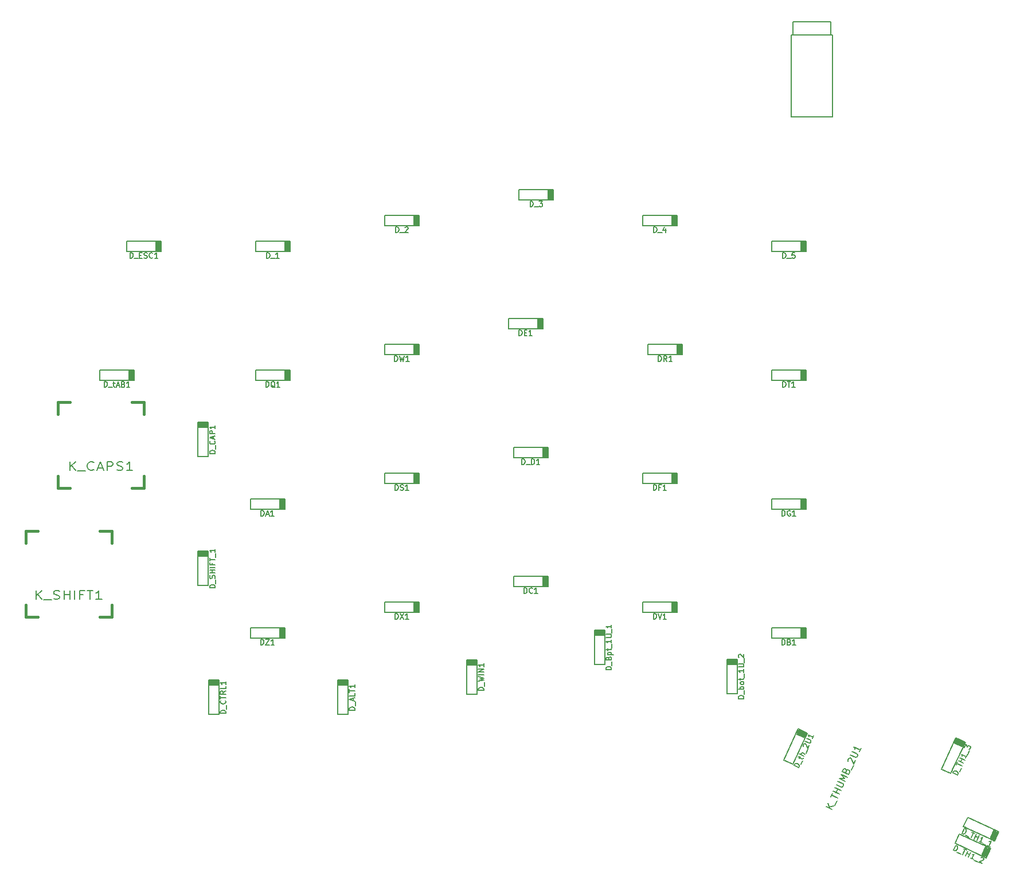
<source format=gbr>
G04 #@! TF.GenerationSoftware,KiCad,Pcbnew,(5.0.2)-1*
G04 #@! TF.CreationDate,2020-01-02T21:35:52+05:30*
G04 #@! TF.ProjectId,ergocape,6572676f-6361-4706-952e-6b696361645f,rev?*
G04 #@! TF.SameCoordinates,Original*
G04 #@! TF.FileFunction,Legend,Top*
G04 #@! TF.FilePolarity,Positive*
%FSLAX46Y46*%
G04 Gerber Fmt 4.6, Leading zero omitted, Abs format (unit mm)*
G04 Created by KiCad (PCBNEW (5.0.2)-1) date 1/2/2020 9:35:52 PM*
%MOMM*%
%LPD*%
G01*
G04 APERTURE LIST*
%ADD10C,0.150000*%
%ADD11C,0.381000*%
%ADD12C,0.203200*%
%ADD13C,0.200000*%
G04 APERTURE END LIST*
D10*
G04 #@! TO.C,D_1*
X80803750Y-49180750D02*
X85883750Y-49180750D01*
X85883750Y-49180750D02*
X85883750Y-47656750D01*
X85883750Y-47656750D02*
X80803750Y-47656750D01*
X80803750Y-47656750D02*
X80803750Y-49180750D01*
X80803750Y-49180750D02*
X81311750Y-49180750D01*
X85502750Y-49180750D02*
X85502750Y-47656750D01*
X85629750Y-47656750D02*
X85629750Y-49180750D01*
X85756750Y-49180750D02*
X85756750Y-47656750D01*
X85375750Y-47656750D02*
X85375750Y-49180750D01*
X85248750Y-49180750D02*
X85248750Y-47656750D01*
X85121750Y-49180750D02*
X85121750Y-47656750D01*
G04 #@! TO.C,D_2*
X99853750Y-45370750D02*
X104933750Y-45370750D01*
X104933750Y-45370750D02*
X104933750Y-43846750D01*
X104933750Y-43846750D02*
X99853750Y-43846750D01*
X99853750Y-43846750D02*
X99853750Y-45370750D01*
X99853750Y-45370750D02*
X100361750Y-45370750D01*
X104552750Y-45370750D02*
X104552750Y-43846750D01*
X104679750Y-43846750D02*
X104679750Y-45370750D01*
X104806750Y-45370750D02*
X104806750Y-43846750D01*
X104425750Y-43846750D02*
X104425750Y-45370750D01*
X104298750Y-45370750D02*
X104298750Y-43846750D01*
X104171750Y-45370750D02*
X104171750Y-43846750D01*
G04 #@! TO.C,D_3*
X124015500Y-41560750D02*
X124015500Y-40036750D01*
X124142500Y-41560750D02*
X124142500Y-40036750D01*
X124269500Y-40036750D02*
X124269500Y-41560750D01*
X124650500Y-41560750D02*
X124650500Y-40036750D01*
X124523500Y-40036750D02*
X124523500Y-41560750D01*
X124396500Y-41560750D02*
X124396500Y-40036750D01*
X119697500Y-41560750D02*
X120205500Y-41560750D01*
X119697500Y-40036750D02*
X119697500Y-41560750D01*
X124777500Y-40036750D02*
X119697500Y-40036750D01*
X124777500Y-41560750D02*
X124777500Y-40036750D01*
X119697500Y-41560750D02*
X124777500Y-41560750D01*
G04 #@! TO.C,D_4*
X137953750Y-45370750D02*
X143033750Y-45370750D01*
X143033750Y-45370750D02*
X143033750Y-43846750D01*
X143033750Y-43846750D02*
X137953750Y-43846750D01*
X137953750Y-43846750D02*
X137953750Y-45370750D01*
X137953750Y-45370750D02*
X138461750Y-45370750D01*
X142652750Y-45370750D02*
X142652750Y-43846750D01*
X142779750Y-43846750D02*
X142779750Y-45370750D01*
X142906750Y-45370750D02*
X142906750Y-43846750D01*
X142525750Y-43846750D02*
X142525750Y-45370750D01*
X142398750Y-45370750D02*
X142398750Y-43846750D01*
X142271750Y-45370750D02*
X142271750Y-43846750D01*
G04 #@! TO.C,D_5*
X161321750Y-49180750D02*
X161321750Y-47656750D01*
X161448750Y-49180750D02*
X161448750Y-47656750D01*
X161575750Y-47656750D02*
X161575750Y-49180750D01*
X161956750Y-49180750D02*
X161956750Y-47656750D01*
X161829750Y-47656750D02*
X161829750Y-49180750D01*
X161702750Y-49180750D02*
X161702750Y-47656750D01*
X157003750Y-49180750D02*
X157511750Y-49180750D01*
X157003750Y-47656750D02*
X157003750Y-49180750D01*
X162083750Y-47656750D02*
X157003750Y-47656750D01*
X162083750Y-49180750D02*
X162083750Y-47656750D01*
X157003750Y-49180750D02*
X162083750Y-49180750D01*
G04 #@! TO.C,D_ALT1*
X94424500Y-113315750D02*
X92900500Y-113315750D01*
X94424500Y-113188750D02*
X92900500Y-113188750D01*
X92900500Y-113061750D02*
X94424500Y-113061750D01*
X94424500Y-112680750D02*
X92900500Y-112680750D01*
X92900500Y-112807750D02*
X94424500Y-112807750D01*
X94424500Y-112934750D02*
X92900500Y-112934750D01*
X94424500Y-117633750D02*
X94424500Y-117125750D01*
X92900500Y-117633750D02*
X94424500Y-117633750D01*
X92900500Y-112553750D02*
X92900500Y-117633750D01*
X94424500Y-112553750D02*
X92900500Y-112553750D01*
X94424500Y-117633750D02*
X94424500Y-112553750D01*
G04 #@! TO.C,D_bot_1U_2*
X151892000Y-114554000D02*
X151892000Y-109474000D01*
X151892000Y-109474000D02*
X150368000Y-109474000D01*
X150368000Y-109474000D02*
X150368000Y-114554000D01*
X150368000Y-114554000D02*
X151892000Y-114554000D01*
X151892000Y-114554000D02*
X151892000Y-114046000D01*
X151892000Y-109855000D02*
X150368000Y-109855000D01*
X150368000Y-109728000D02*
X151892000Y-109728000D01*
X151892000Y-109601000D02*
X150368000Y-109601000D01*
X150368000Y-109982000D02*
X151892000Y-109982000D01*
X151892000Y-110109000D02*
X150368000Y-110109000D01*
X151892000Y-110236000D02*
X150368000Y-110236000D01*
G04 #@! TO.C,D_Bpt_1U_1*
X132334000Y-110236000D02*
X132334000Y-105156000D01*
X132334000Y-105156000D02*
X130810000Y-105156000D01*
X130810000Y-105156000D02*
X130810000Y-110236000D01*
X130810000Y-110236000D02*
X132334000Y-110236000D01*
X132334000Y-110236000D02*
X132334000Y-109728000D01*
X132334000Y-105537000D02*
X130810000Y-105537000D01*
X130810000Y-105410000D02*
X132334000Y-105410000D01*
X132334000Y-105283000D02*
X130810000Y-105283000D01*
X130810000Y-105664000D02*
X132334000Y-105664000D01*
X132334000Y-105791000D02*
X130810000Y-105791000D01*
X132334000Y-105918000D02*
X130810000Y-105918000D01*
G04 #@! TO.C,D_CAP1*
X73787000Y-79533750D02*
X73787000Y-74453750D01*
X73787000Y-74453750D02*
X72263000Y-74453750D01*
X72263000Y-74453750D02*
X72263000Y-79533750D01*
X72263000Y-79533750D02*
X73787000Y-79533750D01*
X73787000Y-79533750D02*
X73787000Y-79025750D01*
X73787000Y-74834750D02*
X72263000Y-74834750D01*
X72263000Y-74707750D02*
X73787000Y-74707750D01*
X73787000Y-74580750D02*
X72263000Y-74580750D01*
X72263000Y-74961750D02*
X73787000Y-74961750D01*
X73787000Y-75088750D02*
X72263000Y-75088750D01*
X73787000Y-75215750D02*
X72263000Y-75215750D01*
G04 #@! TO.C,D_CTRL1*
X75374500Y-113315750D02*
X73850500Y-113315750D01*
X75374500Y-113188750D02*
X73850500Y-113188750D01*
X73850500Y-113061750D02*
X75374500Y-113061750D01*
X75374500Y-112680750D02*
X73850500Y-112680750D01*
X73850500Y-112807750D02*
X75374500Y-112807750D01*
X75374500Y-112934750D02*
X73850500Y-112934750D01*
X75374500Y-117633750D02*
X75374500Y-117125750D01*
X73850500Y-117633750D02*
X75374500Y-117633750D01*
X73850500Y-112553750D02*
X73850500Y-117633750D01*
X75374500Y-112553750D02*
X73850500Y-112553750D01*
X75374500Y-117633750D02*
X75374500Y-112553750D01*
G04 #@! TO.C,D_D1*
X118903750Y-79660750D02*
X123983750Y-79660750D01*
X123983750Y-79660750D02*
X123983750Y-78136750D01*
X123983750Y-78136750D02*
X118903750Y-78136750D01*
X118903750Y-78136750D02*
X118903750Y-79660750D01*
X118903750Y-79660750D02*
X119411750Y-79660750D01*
X123602750Y-79660750D02*
X123602750Y-78136750D01*
X123729750Y-78136750D02*
X123729750Y-79660750D01*
X123856750Y-79660750D02*
X123856750Y-78136750D01*
X123475750Y-78136750D02*
X123475750Y-79660750D01*
X123348750Y-79660750D02*
X123348750Y-78136750D01*
X123221750Y-79660750D02*
X123221750Y-78136750D01*
G04 #@! TO.C,D_ESC1*
X66071750Y-49180750D02*
X66071750Y-47656750D01*
X66198750Y-49180750D02*
X66198750Y-47656750D01*
X66325750Y-47656750D02*
X66325750Y-49180750D01*
X66706750Y-49180750D02*
X66706750Y-47656750D01*
X66579750Y-47656750D02*
X66579750Y-49180750D01*
X66452750Y-49180750D02*
X66452750Y-47656750D01*
X61753750Y-49180750D02*
X62261750Y-49180750D01*
X61753750Y-47656750D02*
X61753750Y-49180750D01*
X66833750Y-47656750D02*
X61753750Y-47656750D01*
X66833750Y-49180750D02*
X66833750Y-47656750D01*
X61753750Y-49180750D02*
X66833750Y-49180750D01*
G04 #@! TO.C,D_SHIFT_1*
X73787000Y-94265750D02*
X72263000Y-94265750D01*
X73787000Y-94138750D02*
X72263000Y-94138750D01*
X72263000Y-94011750D02*
X73787000Y-94011750D01*
X73787000Y-93630750D02*
X72263000Y-93630750D01*
X72263000Y-93757750D02*
X73787000Y-93757750D01*
X73787000Y-93884750D02*
X72263000Y-93884750D01*
X73787000Y-98583750D02*
X73787000Y-98075750D01*
X72263000Y-98583750D02*
X73787000Y-98583750D01*
X72263000Y-93503750D02*
X72263000Y-98583750D01*
X73787000Y-93503750D02*
X72263000Y-93503750D01*
X73787000Y-98583750D02*
X73787000Y-93503750D01*
G04 #@! TO.C,D_tAB1*
X62103000Y-68230750D02*
X62103000Y-66706750D01*
X62230000Y-68230750D02*
X62230000Y-66706750D01*
X62357000Y-66706750D02*
X62357000Y-68230750D01*
X62738000Y-68230750D02*
X62738000Y-66706750D01*
X62611000Y-66706750D02*
X62611000Y-68230750D01*
X62484000Y-68230750D02*
X62484000Y-66706750D01*
X57785000Y-68230750D02*
X58293000Y-68230750D01*
X57785000Y-66706750D02*
X57785000Y-68230750D01*
X62865000Y-66706750D02*
X57785000Y-66706750D01*
X62865000Y-68230750D02*
X62865000Y-66706750D01*
X57785000Y-68230750D02*
X62865000Y-68230750D01*
G04 #@! TO.C,D_TH1_1*
X185310791Y-134192756D02*
X189914835Y-136339657D01*
X189914835Y-136339657D02*
X190558905Y-134958444D01*
X190558905Y-134958444D02*
X185954861Y-132811543D01*
X185954861Y-132811543D02*
X185310791Y-134192756D01*
X185310791Y-134192756D02*
X185771195Y-134407446D01*
X189569530Y-136178639D02*
X190213602Y-134797426D01*
X190328703Y-134851099D02*
X189684632Y-136232312D01*
X189799734Y-136285983D02*
X190443804Y-134904771D01*
X190098501Y-134743754D02*
X189454430Y-136124967D01*
X189339329Y-136071294D02*
X189983399Y-134690081D01*
X189224228Y-136017622D02*
X189868298Y-134636409D01*
G04 #@! TO.C,D_TH1_2*
X187974459Y-138517075D02*
X188618529Y-137135862D01*
X188089560Y-138570747D02*
X188733630Y-137189534D01*
X188848732Y-137243207D02*
X188204661Y-138624420D01*
X188549965Y-138785436D02*
X189194035Y-137404224D01*
X189078934Y-137350552D02*
X188434863Y-138731765D01*
X188319761Y-138678092D02*
X188963833Y-137296879D01*
X184061022Y-136692209D02*
X184521426Y-136906899D01*
X184705092Y-135310996D02*
X184061022Y-136692209D01*
X189309136Y-137457897D02*
X184705092Y-135310996D01*
X188665066Y-138839110D02*
X189309136Y-137457897D01*
X184061022Y-136692209D02*
X188665066Y-138839110D01*
G04 #@! TO.C,D_th_2U1*
X160120004Y-125007657D02*
X162266905Y-120403613D01*
X162266905Y-120403613D02*
X160885692Y-119759543D01*
X160885692Y-119759543D02*
X158738791Y-124363587D01*
X158738791Y-124363587D02*
X160120004Y-125007657D01*
X160120004Y-125007657D02*
X160334694Y-124547253D01*
X162105887Y-120748918D02*
X160724674Y-120104846D01*
X160778347Y-119989745D02*
X162159560Y-120633816D01*
X162213231Y-120518714D02*
X160832019Y-119874644D01*
X160671002Y-120219947D02*
X162052215Y-120864018D01*
X161998542Y-120979119D02*
X160617329Y-120335049D01*
X161944870Y-121094220D02*
X160563657Y-120450150D01*
G04 #@! TO.C,D_WIN1*
X113474500Y-114617500D02*
X113474500Y-109537500D01*
X113474500Y-109537500D02*
X111950500Y-109537500D01*
X111950500Y-109537500D02*
X111950500Y-114617500D01*
X111950500Y-114617500D02*
X113474500Y-114617500D01*
X113474500Y-114617500D02*
X113474500Y-114109500D01*
X113474500Y-109918500D02*
X111950500Y-109918500D01*
X111950500Y-109791500D02*
X113474500Y-109791500D01*
X113474500Y-109664500D02*
X111950500Y-109664500D01*
X111950500Y-110045500D02*
X113474500Y-110045500D01*
X113474500Y-110172500D02*
X111950500Y-110172500D01*
X113474500Y-110299500D02*
X111950500Y-110299500D01*
G04 #@! TO.C,DA1*
X80010000Y-87280750D02*
X85090000Y-87280750D01*
X85090000Y-87280750D02*
X85090000Y-85756750D01*
X85090000Y-85756750D02*
X80010000Y-85756750D01*
X80010000Y-85756750D02*
X80010000Y-87280750D01*
X80010000Y-87280750D02*
X80518000Y-87280750D01*
X84709000Y-87280750D02*
X84709000Y-85756750D01*
X84836000Y-85756750D02*
X84836000Y-87280750D01*
X84963000Y-87280750D02*
X84963000Y-85756750D01*
X84582000Y-85756750D02*
X84582000Y-87280750D01*
X84455000Y-87280750D02*
X84455000Y-85756750D01*
X84328000Y-87280750D02*
X84328000Y-85756750D01*
G04 #@! TO.C,DB1*
X157003750Y-106330750D02*
X162083750Y-106330750D01*
X162083750Y-106330750D02*
X162083750Y-104806750D01*
X162083750Y-104806750D02*
X157003750Y-104806750D01*
X157003750Y-104806750D02*
X157003750Y-106330750D01*
X157003750Y-106330750D02*
X157511750Y-106330750D01*
X161702750Y-106330750D02*
X161702750Y-104806750D01*
X161829750Y-104806750D02*
X161829750Y-106330750D01*
X161956750Y-106330750D02*
X161956750Y-104806750D01*
X161575750Y-104806750D02*
X161575750Y-106330750D01*
X161448750Y-106330750D02*
X161448750Y-104806750D01*
X161321750Y-106330750D02*
X161321750Y-104806750D01*
G04 #@! TO.C,DC1*
X123221750Y-98710750D02*
X123221750Y-97186750D01*
X123348750Y-98710750D02*
X123348750Y-97186750D01*
X123475750Y-97186750D02*
X123475750Y-98710750D01*
X123856750Y-98710750D02*
X123856750Y-97186750D01*
X123729750Y-97186750D02*
X123729750Y-98710750D01*
X123602750Y-98710750D02*
X123602750Y-97186750D01*
X118903750Y-98710750D02*
X119411750Y-98710750D01*
X118903750Y-97186750D02*
X118903750Y-98710750D01*
X123983750Y-97186750D02*
X118903750Y-97186750D01*
X123983750Y-98710750D02*
X123983750Y-97186750D01*
X118903750Y-98710750D02*
X123983750Y-98710750D01*
G04 #@! TO.C,DE1*
X122428000Y-60610750D02*
X122428000Y-59086750D01*
X122555000Y-60610750D02*
X122555000Y-59086750D01*
X122682000Y-59086750D02*
X122682000Y-60610750D01*
X123063000Y-60610750D02*
X123063000Y-59086750D01*
X122936000Y-59086750D02*
X122936000Y-60610750D01*
X122809000Y-60610750D02*
X122809000Y-59086750D01*
X118110000Y-60610750D02*
X118618000Y-60610750D01*
X118110000Y-59086750D02*
X118110000Y-60610750D01*
X123190000Y-59086750D02*
X118110000Y-59086750D01*
X123190000Y-60610750D02*
X123190000Y-59086750D01*
X118110000Y-60610750D02*
X123190000Y-60610750D01*
G04 #@! TO.C,DF1*
X142271750Y-83470750D02*
X142271750Y-81946750D01*
X142398750Y-83470750D02*
X142398750Y-81946750D01*
X142525750Y-81946750D02*
X142525750Y-83470750D01*
X142906750Y-83470750D02*
X142906750Y-81946750D01*
X142779750Y-81946750D02*
X142779750Y-83470750D01*
X142652750Y-83470750D02*
X142652750Y-81946750D01*
X137953750Y-83470750D02*
X138461750Y-83470750D01*
X137953750Y-81946750D02*
X137953750Y-83470750D01*
X143033750Y-81946750D02*
X137953750Y-81946750D01*
X143033750Y-83470750D02*
X143033750Y-81946750D01*
X137953750Y-83470750D02*
X143033750Y-83470750D01*
G04 #@! TO.C,DG1*
X161321750Y-87280750D02*
X161321750Y-85756750D01*
X161448750Y-87280750D02*
X161448750Y-85756750D01*
X161575750Y-85756750D02*
X161575750Y-87280750D01*
X161956750Y-87280750D02*
X161956750Y-85756750D01*
X161829750Y-85756750D02*
X161829750Y-87280750D01*
X161702750Y-87280750D02*
X161702750Y-85756750D01*
X157003750Y-87280750D02*
X157511750Y-87280750D01*
X157003750Y-85756750D02*
X157003750Y-87280750D01*
X162083750Y-85756750D02*
X157003750Y-85756750D01*
X162083750Y-87280750D02*
X162083750Y-85756750D01*
X157003750Y-87280750D02*
X162083750Y-87280750D01*
G04 #@! TO.C,DQ1*
X80803750Y-68230750D02*
X85883750Y-68230750D01*
X85883750Y-68230750D02*
X85883750Y-66706750D01*
X85883750Y-66706750D02*
X80803750Y-66706750D01*
X80803750Y-66706750D02*
X80803750Y-68230750D01*
X80803750Y-68230750D02*
X81311750Y-68230750D01*
X85502750Y-68230750D02*
X85502750Y-66706750D01*
X85629750Y-66706750D02*
X85629750Y-68230750D01*
X85756750Y-68230750D02*
X85756750Y-66706750D01*
X85375750Y-66706750D02*
X85375750Y-68230750D01*
X85248750Y-68230750D02*
X85248750Y-66706750D01*
X85121750Y-68230750D02*
X85121750Y-66706750D01*
G04 #@! TO.C,DR1*
X138747500Y-64420750D02*
X143827500Y-64420750D01*
X143827500Y-64420750D02*
X143827500Y-62896750D01*
X143827500Y-62896750D02*
X138747500Y-62896750D01*
X138747500Y-62896750D02*
X138747500Y-64420750D01*
X138747500Y-64420750D02*
X139255500Y-64420750D01*
X143446500Y-64420750D02*
X143446500Y-62896750D01*
X143573500Y-62896750D02*
X143573500Y-64420750D01*
X143700500Y-64420750D02*
X143700500Y-62896750D01*
X143319500Y-62896750D02*
X143319500Y-64420750D01*
X143192500Y-64420750D02*
X143192500Y-62896750D01*
X143065500Y-64420750D02*
X143065500Y-62896750D01*
G04 #@! TO.C,DS1*
X104171750Y-83470750D02*
X104171750Y-81946750D01*
X104298750Y-83470750D02*
X104298750Y-81946750D01*
X104425750Y-81946750D02*
X104425750Y-83470750D01*
X104806750Y-83470750D02*
X104806750Y-81946750D01*
X104679750Y-81946750D02*
X104679750Y-83470750D01*
X104552750Y-83470750D02*
X104552750Y-81946750D01*
X99853750Y-83470750D02*
X100361750Y-83470750D01*
X99853750Y-81946750D02*
X99853750Y-83470750D01*
X104933750Y-81946750D02*
X99853750Y-81946750D01*
X104933750Y-83470750D02*
X104933750Y-81946750D01*
X99853750Y-83470750D02*
X104933750Y-83470750D01*
G04 #@! TO.C,DT1*
X161321750Y-68230750D02*
X161321750Y-66706750D01*
X161448750Y-68230750D02*
X161448750Y-66706750D01*
X161575750Y-66706750D02*
X161575750Y-68230750D01*
X161956750Y-68230750D02*
X161956750Y-66706750D01*
X161829750Y-66706750D02*
X161829750Y-68230750D01*
X161702750Y-68230750D02*
X161702750Y-66706750D01*
X157003750Y-68230750D02*
X157511750Y-68230750D01*
X157003750Y-66706750D02*
X157003750Y-68230750D01*
X162083750Y-66706750D02*
X157003750Y-66706750D01*
X162083750Y-68230750D02*
X162083750Y-66706750D01*
X157003750Y-68230750D02*
X162083750Y-68230750D01*
G04 #@! TO.C,DV1*
X142271750Y-102520750D02*
X142271750Y-100996750D01*
X142398750Y-102520750D02*
X142398750Y-100996750D01*
X142525750Y-100996750D02*
X142525750Y-102520750D01*
X142906750Y-102520750D02*
X142906750Y-100996750D01*
X142779750Y-100996750D02*
X142779750Y-102520750D01*
X142652750Y-102520750D02*
X142652750Y-100996750D01*
X137953750Y-102520750D02*
X138461750Y-102520750D01*
X137953750Y-100996750D02*
X137953750Y-102520750D01*
X143033750Y-100996750D02*
X137953750Y-100996750D01*
X143033750Y-102520750D02*
X143033750Y-100996750D01*
X137953750Y-102520750D02*
X143033750Y-102520750D01*
G04 #@! TO.C,DW1*
X99853750Y-64420750D02*
X104933750Y-64420750D01*
X104933750Y-64420750D02*
X104933750Y-62896750D01*
X104933750Y-62896750D02*
X99853750Y-62896750D01*
X99853750Y-62896750D02*
X99853750Y-64420750D01*
X99853750Y-64420750D02*
X100361750Y-64420750D01*
X104552750Y-64420750D02*
X104552750Y-62896750D01*
X104679750Y-62896750D02*
X104679750Y-64420750D01*
X104806750Y-64420750D02*
X104806750Y-62896750D01*
X104425750Y-62896750D02*
X104425750Y-64420750D01*
X104298750Y-64420750D02*
X104298750Y-62896750D01*
X104171750Y-64420750D02*
X104171750Y-62896750D01*
G04 #@! TO.C,DX1*
X104171750Y-102520750D02*
X104171750Y-100996750D01*
X104298750Y-102520750D02*
X104298750Y-100996750D01*
X104425750Y-100996750D02*
X104425750Y-102520750D01*
X104806750Y-102520750D02*
X104806750Y-100996750D01*
X104679750Y-100996750D02*
X104679750Y-102520750D01*
X104552750Y-102520750D02*
X104552750Y-100996750D01*
X99853750Y-102520750D02*
X100361750Y-102520750D01*
X99853750Y-100996750D02*
X99853750Y-102520750D01*
X104933750Y-100996750D02*
X99853750Y-100996750D01*
X104933750Y-102520750D02*
X104933750Y-100996750D01*
X99853750Y-102520750D02*
X104933750Y-102520750D01*
G04 #@! TO.C,DZ1*
X80010000Y-106330750D02*
X85090000Y-106330750D01*
X85090000Y-106330750D02*
X85090000Y-104806750D01*
X85090000Y-104806750D02*
X80010000Y-104806750D01*
X80010000Y-104806750D02*
X80010000Y-106330750D01*
X80010000Y-106330750D02*
X80518000Y-106330750D01*
X84709000Y-106330750D02*
X84709000Y-104806750D01*
X84836000Y-104806750D02*
X84836000Y-106330750D01*
X84963000Y-106330750D02*
X84963000Y-104806750D01*
X84582000Y-104806750D02*
X84582000Y-106330750D01*
X84455000Y-106330750D02*
X84455000Y-104806750D01*
X84328000Y-106330750D02*
X84328000Y-104806750D01*
D11*
G04 #@! TO.C,K_CAPS1*
X51593750Y-71437500D02*
X53371750Y-71437500D01*
X62515750Y-71437500D02*
X64293750Y-71437500D01*
X64293750Y-71437500D02*
X64293750Y-73215500D01*
X64293750Y-82359500D02*
X64293750Y-84137500D01*
X64293750Y-84137500D02*
X62515750Y-84137500D01*
X53371750Y-84137500D02*
X51593750Y-84137500D01*
X51593750Y-84137500D02*
X51593750Y-82359500D01*
X51593750Y-73215500D02*
X51593750Y-71437500D01*
G04 #@! TO.C,K_SHIFT1*
X46831250Y-90487500D02*
X48609250Y-90487500D01*
X57753250Y-90487500D02*
X59531250Y-90487500D01*
X59531250Y-90487500D02*
X59531250Y-92265500D01*
X59531250Y-101409500D02*
X59531250Y-103187500D01*
X59531250Y-103187500D02*
X57753250Y-103187500D01*
X48609250Y-103187500D02*
X46831250Y-103187500D01*
X46831250Y-103187500D02*
X46831250Y-101409500D01*
X46831250Y-92265500D02*
X46831250Y-90487500D01*
D10*
G04 #@! TO.C,D_TH1_3*
X185279497Y-122454203D02*
X183898284Y-121810133D01*
X185333169Y-122339102D02*
X183951956Y-121695032D01*
X184005629Y-121579930D02*
X185386842Y-122224001D01*
X185547859Y-121878697D02*
X184166646Y-121234627D01*
X184112974Y-121349728D02*
X185494187Y-121993799D01*
X185440514Y-122108900D02*
X184059301Y-121464829D01*
X183454631Y-126367640D02*
X183669321Y-125907236D01*
X182073418Y-125723570D02*
X183454631Y-126367640D01*
X184220319Y-121119526D02*
X182073418Y-125723570D01*
X185601532Y-121763596D02*
X184220319Y-121119526D01*
X183454631Y-126367640D02*
X185601532Y-121763596D01*
G04 #@! TO.C,J2*
X165756620Y-15228730D02*
X160156620Y-15228730D01*
X160156620Y-17228730D02*
X160156620Y-15228730D01*
X165756620Y-17228730D02*
X165756620Y-15228730D01*
X159906620Y-17228730D02*
X159906620Y-29328730D01*
X166006620Y-17228730D02*
X166006620Y-29328730D01*
X166006620Y-29328730D02*
X159906620Y-29328730D01*
X166006620Y-17228730D02*
X159906620Y-17228730D01*
G04 #@! TO.C,D_1*
X82423111Y-50180654D02*
X82423111Y-49380654D01*
X82613588Y-49380654D01*
X82727873Y-49418750D01*
X82804064Y-49494940D01*
X82842159Y-49571130D01*
X82880254Y-49723511D01*
X82880254Y-49837797D01*
X82842159Y-49990178D01*
X82804064Y-50066369D01*
X82727873Y-50142559D01*
X82613588Y-50180654D01*
X82423111Y-50180654D01*
X83032635Y-50256845D02*
X83642159Y-50256845D01*
X84251683Y-50180654D02*
X83794540Y-50180654D01*
X84023111Y-50180654D02*
X84023111Y-49380654D01*
X83946921Y-49494940D01*
X83870730Y-49571130D01*
X83794540Y-49609226D01*
G04 #@! TO.C,D_2*
X101473111Y-46370654D02*
X101473111Y-45570654D01*
X101663588Y-45570654D01*
X101777873Y-45608750D01*
X101854064Y-45684940D01*
X101892159Y-45761130D01*
X101930254Y-45913511D01*
X101930254Y-46027797D01*
X101892159Y-46180178D01*
X101854064Y-46256369D01*
X101777873Y-46332559D01*
X101663588Y-46370654D01*
X101473111Y-46370654D01*
X102082635Y-46446845D02*
X102692159Y-46446845D01*
X102844540Y-45646845D02*
X102882635Y-45608750D01*
X102958826Y-45570654D01*
X103149302Y-45570654D01*
X103225492Y-45608750D01*
X103263588Y-45646845D01*
X103301683Y-45723035D01*
X103301683Y-45799226D01*
X103263588Y-45913511D01*
X102806445Y-46370654D01*
X103301683Y-46370654D01*
G04 #@! TO.C,D_3*
X121316861Y-42560654D02*
X121316861Y-41760654D01*
X121507338Y-41760654D01*
X121621623Y-41798750D01*
X121697814Y-41874940D01*
X121735909Y-41951130D01*
X121774004Y-42103511D01*
X121774004Y-42217797D01*
X121735909Y-42370178D01*
X121697814Y-42446369D01*
X121621623Y-42522559D01*
X121507338Y-42560654D01*
X121316861Y-42560654D01*
X121926385Y-42636845D02*
X122535909Y-42636845D01*
X122650195Y-41760654D02*
X123145433Y-41760654D01*
X122878766Y-42065416D01*
X122993052Y-42065416D01*
X123069242Y-42103511D01*
X123107338Y-42141607D01*
X123145433Y-42217797D01*
X123145433Y-42408273D01*
X123107338Y-42484464D01*
X123069242Y-42522559D01*
X122993052Y-42560654D01*
X122764480Y-42560654D01*
X122688290Y-42522559D01*
X122650195Y-42484464D01*
G04 #@! TO.C,D_4*
X139573111Y-46370654D02*
X139573111Y-45570654D01*
X139763588Y-45570654D01*
X139877873Y-45608750D01*
X139954064Y-45684940D01*
X139992159Y-45761130D01*
X140030254Y-45913511D01*
X140030254Y-46027797D01*
X139992159Y-46180178D01*
X139954064Y-46256369D01*
X139877873Y-46332559D01*
X139763588Y-46370654D01*
X139573111Y-46370654D01*
X140182635Y-46446845D02*
X140792159Y-46446845D01*
X141325492Y-45837321D02*
X141325492Y-46370654D01*
X141135016Y-45532559D02*
X140944540Y-46103988D01*
X141439778Y-46103988D01*
G04 #@! TO.C,D_5*
X158623111Y-50180654D02*
X158623111Y-49380654D01*
X158813588Y-49380654D01*
X158927873Y-49418750D01*
X159004064Y-49494940D01*
X159042159Y-49571130D01*
X159080254Y-49723511D01*
X159080254Y-49837797D01*
X159042159Y-49990178D01*
X159004064Y-50066369D01*
X158927873Y-50142559D01*
X158813588Y-50180654D01*
X158623111Y-50180654D01*
X159232635Y-50256845D02*
X159842159Y-50256845D01*
X160413588Y-49380654D02*
X160032635Y-49380654D01*
X159994540Y-49761607D01*
X160032635Y-49723511D01*
X160108826Y-49685416D01*
X160299302Y-49685416D01*
X160375492Y-49723511D01*
X160413588Y-49761607D01*
X160451683Y-49837797D01*
X160451683Y-50028273D01*
X160413588Y-50104464D01*
X160375492Y-50142559D01*
X160299302Y-50180654D01*
X160108826Y-50180654D01*
X160032635Y-50142559D01*
X159994540Y-50104464D01*
G04 #@! TO.C,D_ALT1*
X95424404Y-116985816D02*
X94624404Y-116985816D01*
X94624404Y-116795340D01*
X94662500Y-116681054D01*
X94738690Y-116604864D01*
X94814880Y-116566769D01*
X94967261Y-116528673D01*
X95081547Y-116528673D01*
X95233928Y-116566769D01*
X95310119Y-116604864D01*
X95386309Y-116681054D01*
X95424404Y-116795340D01*
X95424404Y-116985816D01*
X95500595Y-116376292D02*
X95500595Y-115766769D01*
X95195833Y-115614388D02*
X95195833Y-115233435D01*
X95424404Y-115690578D02*
X94624404Y-115423911D01*
X95424404Y-115157245D01*
X95424404Y-114509626D02*
X95424404Y-114890578D01*
X94624404Y-114890578D01*
X94624404Y-114357245D02*
X94624404Y-113900102D01*
X95424404Y-114128673D02*
X94624404Y-114128673D01*
X95424404Y-113214388D02*
X95424404Y-113671530D01*
X95424404Y-113442959D02*
X94624404Y-113442959D01*
X94738690Y-113519150D01*
X94814880Y-113595340D01*
X94852976Y-113671530D01*
G04 #@! TO.C,D_bot_1U_2*
X152891904Y-115296542D02*
X152091904Y-115296542D01*
X152091904Y-115106066D01*
X152130000Y-114991780D01*
X152206190Y-114915590D01*
X152282380Y-114877495D01*
X152434761Y-114839400D01*
X152549047Y-114839400D01*
X152701428Y-114877495D01*
X152777619Y-114915590D01*
X152853809Y-114991780D01*
X152891904Y-115106066D01*
X152891904Y-115296542D01*
X152968095Y-114687019D02*
X152968095Y-114077495D01*
X152891904Y-113887019D02*
X152091904Y-113887019D01*
X152396666Y-113887019D02*
X152358571Y-113810828D01*
X152358571Y-113658447D01*
X152396666Y-113582257D01*
X152434761Y-113544161D01*
X152510952Y-113506066D01*
X152739523Y-113506066D01*
X152815714Y-113544161D01*
X152853809Y-113582257D01*
X152891904Y-113658447D01*
X152891904Y-113810828D01*
X152853809Y-113887019D01*
X152891904Y-113048923D02*
X152853809Y-113125114D01*
X152815714Y-113163209D01*
X152739523Y-113201304D01*
X152510952Y-113201304D01*
X152434761Y-113163209D01*
X152396666Y-113125114D01*
X152358571Y-113048923D01*
X152358571Y-112934638D01*
X152396666Y-112858447D01*
X152434761Y-112820352D01*
X152510952Y-112782257D01*
X152739523Y-112782257D01*
X152815714Y-112820352D01*
X152853809Y-112858447D01*
X152891904Y-112934638D01*
X152891904Y-113048923D01*
X152358571Y-112553685D02*
X152358571Y-112248923D01*
X152091904Y-112439400D02*
X152777619Y-112439400D01*
X152853809Y-112401304D01*
X152891904Y-112325114D01*
X152891904Y-112248923D01*
X152968095Y-112172733D02*
X152968095Y-111563209D01*
X152891904Y-110953685D02*
X152891904Y-111410828D01*
X152891904Y-111182257D02*
X152091904Y-111182257D01*
X152206190Y-111258447D01*
X152282380Y-111334638D01*
X152320476Y-111410828D01*
X152091904Y-110610828D02*
X152739523Y-110610828D01*
X152815714Y-110572733D01*
X152853809Y-110534638D01*
X152891904Y-110458447D01*
X152891904Y-110306066D01*
X152853809Y-110229876D01*
X152815714Y-110191780D01*
X152739523Y-110153685D01*
X152091904Y-110153685D01*
X152968095Y-109963209D02*
X152968095Y-109353685D01*
X152168095Y-109201304D02*
X152130000Y-109163209D01*
X152091904Y-109087019D01*
X152091904Y-108896542D01*
X152130000Y-108820352D01*
X152168095Y-108782257D01*
X152244285Y-108744161D01*
X152320476Y-108744161D01*
X152434761Y-108782257D01*
X152891904Y-109239400D01*
X152891904Y-108744161D01*
G04 #@! TO.C,D_Bpt_1U_1*
X133333904Y-111016638D02*
X132533904Y-111016638D01*
X132533904Y-110826161D01*
X132572000Y-110711876D01*
X132648190Y-110635685D01*
X132724380Y-110597590D01*
X132876761Y-110559495D01*
X132991047Y-110559495D01*
X133143428Y-110597590D01*
X133219619Y-110635685D01*
X133295809Y-110711876D01*
X133333904Y-110826161D01*
X133333904Y-111016638D01*
X133410095Y-110407114D02*
X133410095Y-109797590D01*
X132914857Y-109340447D02*
X132952952Y-109226161D01*
X132991047Y-109188066D01*
X133067238Y-109149971D01*
X133181523Y-109149971D01*
X133257714Y-109188066D01*
X133295809Y-109226161D01*
X133333904Y-109302352D01*
X133333904Y-109607114D01*
X132533904Y-109607114D01*
X132533904Y-109340447D01*
X132572000Y-109264257D01*
X132610095Y-109226161D01*
X132686285Y-109188066D01*
X132762476Y-109188066D01*
X132838666Y-109226161D01*
X132876761Y-109264257D01*
X132914857Y-109340447D01*
X132914857Y-109607114D01*
X132800571Y-108807114D02*
X133600571Y-108807114D01*
X132838666Y-108807114D02*
X132800571Y-108730923D01*
X132800571Y-108578542D01*
X132838666Y-108502352D01*
X132876761Y-108464257D01*
X132952952Y-108426161D01*
X133181523Y-108426161D01*
X133257714Y-108464257D01*
X133295809Y-108502352D01*
X133333904Y-108578542D01*
X133333904Y-108730923D01*
X133295809Y-108807114D01*
X132800571Y-108197590D02*
X132800571Y-107892828D01*
X132533904Y-108083304D02*
X133219619Y-108083304D01*
X133295809Y-108045209D01*
X133333904Y-107969019D01*
X133333904Y-107892828D01*
X133410095Y-107816638D02*
X133410095Y-107207114D01*
X133333904Y-106597590D02*
X133333904Y-107054733D01*
X133333904Y-106826161D02*
X132533904Y-106826161D01*
X132648190Y-106902352D01*
X132724380Y-106978542D01*
X132762476Y-107054733D01*
X132533904Y-106254733D02*
X133181523Y-106254733D01*
X133257714Y-106216638D01*
X133295809Y-106178542D01*
X133333904Y-106102352D01*
X133333904Y-105949971D01*
X133295809Y-105873780D01*
X133257714Y-105835685D01*
X133181523Y-105797590D01*
X132533904Y-105797590D01*
X133410095Y-105607114D02*
X133410095Y-104997590D01*
X133333904Y-104388066D02*
X133333904Y-104845209D01*
X133333904Y-104616638D02*
X132533904Y-104616638D01*
X132648190Y-104692828D01*
X132724380Y-104769019D01*
X132762476Y-104845209D01*
G04 #@! TO.C,D_CAP1*
X74786904Y-79057245D02*
X73986904Y-79057245D01*
X73986904Y-78866769D01*
X74025000Y-78752483D01*
X74101190Y-78676292D01*
X74177380Y-78638197D01*
X74329761Y-78600102D01*
X74444047Y-78600102D01*
X74596428Y-78638197D01*
X74672619Y-78676292D01*
X74748809Y-78752483D01*
X74786904Y-78866769D01*
X74786904Y-79057245D01*
X74863095Y-78447721D02*
X74863095Y-77838197D01*
X74710714Y-77190578D02*
X74748809Y-77228673D01*
X74786904Y-77342959D01*
X74786904Y-77419150D01*
X74748809Y-77533435D01*
X74672619Y-77609626D01*
X74596428Y-77647721D01*
X74444047Y-77685816D01*
X74329761Y-77685816D01*
X74177380Y-77647721D01*
X74101190Y-77609626D01*
X74025000Y-77533435D01*
X73986904Y-77419150D01*
X73986904Y-77342959D01*
X74025000Y-77228673D01*
X74063095Y-77190578D01*
X74558333Y-76885816D02*
X74558333Y-76504864D01*
X74786904Y-76962007D02*
X73986904Y-76695340D01*
X74786904Y-76428673D01*
X74786904Y-76162007D02*
X73986904Y-76162007D01*
X73986904Y-75857245D01*
X74025000Y-75781054D01*
X74063095Y-75742959D01*
X74139285Y-75704864D01*
X74253571Y-75704864D01*
X74329761Y-75742959D01*
X74367857Y-75781054D01*
X74405952Y-75857245D01*
X74405952Y-76162007D01*
X74786904Y-74942959D02*
X74786904Y-75400102D01*
X74786904Y-75171530D02*
X73986904Y-75171530D01*
X74101190Y-75247721D01*
X74177380Y-75323911D01*
X74215476Y-75400102D01*
G04 #@! TO.C,D_CTRL1*
X76374404Y-117442959D02*
X75574404Y-117442959D01*
X75574404Y-117252483D01*
X75612500Y-117138197D01*
X75688690Y-117062007D01*
X75764880Y-117023911D01*
X75917261Y-116985816D01*
X76031547Y-116985816D01*
X76183928Y-117023911D01*
X76260119Y-117062007D01*
X76336309Y-117138197D01*
X76374404Y-117252483D01*
X76374404Y-117442959D01*
X76450595Y-116833435D02*
X76450595Y-116223911D01*
X76298214Y-115576292D02*
X76336309Y-115614388D01*
X76374404Y-115728673D01*
X76374404Y-115804864D01*
X76336309Y-115919150D01*
X76260119Y-115995340D01*
X76183928Y-116033435D01*
X76031547Y-116071530D01*
X75917261Y-116071530D01*
X75764880Y-116033435D01*
X75688690Y-115995340D01*
X75612500Y-115919150D01*
X75574404Y-115804864D01*
X75574404Y-115728673D01*
X75612500Y-115614388D01*
X75650595Y-115576292D01*
X75574404Y-115347721D02*
X75574404Y-114890578D01*
X76374404Y-115119150D02*
X75574404Y-115119150D01*
X76374404Y-114166769D02*
X75993452Y-114433435D01*
X76374404Y-114623911D02*
X75574404Y-114623911D01*
X75574404Y-114319150D01*
X75612500Y-114242959D01*
X75650595Y-114204864D01*
X75726785Y-114166769D01*
X75841071Y-114166769D01*
X75917261Y-114204864D01*
X75955357Y-114242959D01*
X75993452Y-114319150D01*
X75993452Y-114623911D01*
X76374404Y-113442959D02*
X76374404Y-113823911D01*
X75574404Y-113823911D01*
X76374404Y-112757245D02*
X76374404Y-113214388D01*
X76374404Y-112985816D02*
X75574404Y-112985816D01*
X75688690Y-113062007D01*
X75764880Y-113138197D01*
X75802976Y-113214388D01*
G04 #@! TO.C,D_D1*
X120123111Y-80660654D02*
X120123111Y-79860654D01*
X120313588Y-79860654D01*
X120427873Y-79898750D01*
X120504064Y-79974940D01*
X120542159Y-80051130D01*
X120580254Y-80203511D01*
X120580254Y-80317797D01*
X120542159Y-80470178D01*
X120504064Y-80546369D01*
X120427873Y-80622559D01*
X120313588Y-80660654D01*
X120123111Y-80660654D01*
X120732635Y-80736845D02*
X121342159Y-80736845D01*
X121532635Y-80660654D02*
X121532635Y-79860654D01*
X121723111Y-79860654D01*
X121837397Y-79898750D01*
X121913588Y-79974940D01*
X121951683Y-80051130D01*
X121989778Y-80203511D01*
X121989778Y-80317797D01*
X121951683Y-80470178D01*
X121913588Y-80546369D01*
X121837397Y-80622559D01*
X121723111Y-80660654D01*
X121532635Y-80660654D01*
X122751683Y-80660654D02*
X122294540Y-80660654D01*
X122523111Y-80660654D02*
X122523111Y-79860654D01*
X122446921Y-79974940D01*
X122370730Y-80051130D01*
X122294540Y-80089226D01*
G04 #@! TO.C,D_ESC1*
X62230254Y-50180654D02*
X62230254Y-49380654D01*
X62420730Y-49380654D01*
X62535016Y-49418750D01*
X62611207Y-49494940D01*
X62649302Y-49571130D01*
X62687397Y-49723511D01*
X62687397Y-49837797D01*
X62649302Y-49990178D01*
X62611207Y-50066369D01*
X62535016Y-50142559D01*
X62420730Y-50180654D01*
X62230254Y-50180654D01*
X62839778Y-50256845D02*
X63449302Y-50256845D01*
X63639778Y-49761607D02*
X63906445Y-49761607D01*
X64020730Y-50180654D02*
X63639778Y-50180654D01*
X63639778Y-49380654D01*
X64020730Y-49380654D01*
X64325492Y-50142559D02*
X64439778Y-50180654D01*
X64630254Y-50180654D01*
X64706445Y-50142559D01*
X64744540Y-50104464D01*
X64782635Y-50028273D01*
X64782635Y-49952083D01*
X64744540Y-49875892D01*
X64706445Y-49837797D01*
X64630254Y-49799702D01*
X64477873Y-49761607D01*
X64401683Y-49723511D01*
X64363588Y-49685416D01*
X64325492Y-49609226D01*
X64325492Y-49533035D01*
X64363588Y-49456845D01*
X64401683Y-49418750D01*
X64477873Y-49380654D01*
X64668350Y-49380654D01*
X64782635Y-49418750D01*
X65582635Y-50104464D02*
X65544540Y-50142559D01*
X65430254Y-50180654D01*
X65354064Y-50180654D01*
X65239778Y-50142559D01*
X65163588Y-50066369D01*
X65125492Y-49990178D01*
X65087397Y-49837797D01*
X65087397Y-49723511D01*
X65125492Y-49571130D01*
X65163588Y-49494940D01*
X65239778Y-49418750D01*
X65354064Y-49380654D01*
X65430254Y-49380654D01*
X65544540Y-49418750D01*
X65582635Y-49456845D01*
X66344540Y-50180654D02*
X65887397Y-50180654D01*
X66115969Y-50180654D02*
X66115969Y-49380654D01*
X66039778Y-49494940D01*
X65963588Y-49571130D01*
X65887397Y-49609226D01*
G04 #@! TO.C,D_SHIFT_1*
X74786904Y-98907245D02*
X73986904Y-98907245D01*
X73986904Y-98716769D01*
X74025000Y-98602483D01*
X74101190Y-98526292D01*
X74177380Y-98488197D01*
X74329761Y-98450102D01*
X74444047Y-98450102D01*
X74596428Y-98488197D01*
X74672619Y-98526292D01*
X74748809Y-98602483D01*
X74786904Y-98716769D01*
X74786904Y-98907245D01*
X74863095Y-98297721D02*
X74863095Y-97688197D01*
X74748809Y-97535816D02*
X74786904Y-97421530D01*
X74786904Y-97231054D01*
X74748809Y-97154864D01*
X74710714Y-97116769D01*
X74634523Y-97078673D01*
X74558333Y-97078673D01*
X74482142Y-97116769D01*
X74444047Y-97154864D01*
X74405952Y-97231054D01*
X74367857Y-97383435D01*
X74329761Y-97459626D01*
X74291666Y-97497721D01*
X74215476Y-97535816D01*
X74139285Y-97535816D01*
X74063095Y-97497721D01*
X74025000Y-97459626D01*
X73986904Y-97383435D01*
X73986904Y-97192959D01*
X74025000Y-97078673D01*
X74786904Y-96735816D02*
X73986904Y-96735816D01*
X74367857Y-96735816D02*
X74367857Y-96278673D01*
X74786904Y-96278673D02*
X73986904Y-96278673D01*
X74786904Y-95897721D02*
X73986904Y-95897721D01*
X74367857Y-95250102D02*
X74367857Y-95516769D01*
X74786904Y-95516769D02*
X73986904Y-95516769D01*
X73986904Y-95135816D01*
X73986904Y-94945340D02*
X73986904Y-94488197D01*
X74786904Y-94716769D02*
X73986904Y-94716769D01*
X74863095Y-94412007D02*
X74863095Y-93802483D01*
X74786904Y-93192959D02*
X74786904Y-93650102D01*
X74786904Y-93421530D02*
X73986904Y-93421530D01*
X74101190Y-93497721D01*
X74177380Y-93573911D01*
X74215476Y-93650102D01*
G04 #@! TO.C,D_tAB1*
X58432933Y-69230654D02*
X58432933Y-68430654D01*
X58623409Y-68430654D01*
X58737695Y-68468750D01*
X58813885Y-68544940D01*
X58851980Y-68621130D01*
X58890076Y-68773511D01*
X58890076Y-68887797D01*
X58851980Y-69040178D01*
X58813885Y-69116369D01*
X58737695Y-69192559D01*
X58623409Y-69230654D01*
X58432933Y-69230654D01*
X59042457Y-69306845D02*
X59651980Y-69306845D01*
X59728171Y-68697321D02*
X60032933Y-68697321D01*
X59842457Y-68430654D02*
X59842457Y-69116369D01*
X59880552Y-69192559D01*
X59956742Y-69230654D01*
X60032933Y-69230654D01*
X60261504Y-69002083D02*
X60642457Y-69002083D01*
X60185314Y-69230654D02*
X60451980Y-68430654D01*
X60718647Y-69230654D01*
X61251980Y-68811607D02*
X61366266Y-68849702D01*
X61404361Y-68887797D01*
X61442457Y-68963988D01*
X61442457Y-69078273D01*
X61404361Y-69154464D01*
X61366266Y-69192559D01*
X61290076Y-69230654D01*
X60985314Y-69230654D01*
X60985314Y-68430654D01*
X61251980Y-68430654D01*
X61328171Y-68468750D01*
X61366266Y-68506845D01*
X61404361Y-68583035D01*
X61404361Y-68659226D01*
X61366266Y-68735416D01*
X61328171Y-68773511D01*
X61251980Y-68811607D01*
X60985314Y-68811607D01*
X62204361Y-69230654D02*
X61747219Y-69230654D01*
X61975790Y-69230654D02*
X61975790Y-68430654D01*
X61899600Y-68544940D01*
X61823409Y-68621130D01*
X61747219Y-68659226D01*
G04 #@! TO.C,D_TH1_1*
X185078390Y-135187658D02*
X185416485Y-134462612D01*
X185589115Y-134543111D01*
X185676593Y-134625936D01*
X185713446Y-134727187D01*
X185715772Y-134812339D01*
X185685899Y-134966543D01*
X185637600Y-135070121D01*
X185538675Y-135192125D01*
X185471950Y-135245078D01*
X185370698Y-135281930D01*
X185251020Y-135268157D01*
X185078390Y-135187658D01*
X185598607Y-135514306D02*
X186151023Y-135771902D01*
X186590369Y-135010003D02*
X187004681Y-135203200D01*
X186459431Y-135831648D02*
X186797525Y-135106602D01*
X186908269Y-136040945D02*
X187246363Y-135315898D01*
X187085366Y-135661158D02*
X187499678Y-135854355D01*
X187322581Y-136234141D02*
X187660676Y-135509095D01*
X188047627Y-136572236D02*
X187633315Y-136379039D01*
X187840471Y-136475638D02*
X188178566Y-135750591D01*
X188061215Y-135821970D01*
X187959963Y-135858822D01*
X187874811Y-135861149D01*
X188153532Y-136705687D02*
X188705948Y-136963283D01*
X189290564Y-137151827D02*
X188876251Y-136958630D01*
X189083408Y-137055228D02*
X189421502Y-136330182D01*
X189304151Y-136401561D01*
X189202899Y-136438413D01*
X189117748Y-136440740D01*
G04 #@! TO.C,D_TH1_2*
X183828621Y-137687111D02*
X184166716Y-136962065D01*
X184339346Y-137042564D01*
X184426824Y-137125389D01*
X184463677Y-137226640D01*
X184466003Y-137311792D01*
X184436130Y-137465996D01*
X184387831Y-137569574D01*
X184288906Y-137691578D01*
X184222181Y-137744531D01*
X184120929Y-137781383D01*
X184001251Y-137767610D01*
X183828621Y-137687111D01*
X184348838Y-138013759D02*
X184901254Y-138271355D01*
X185340600Y-137509456D02*
X185754912Y-137702653D01*
X185209662Y-138331101D02*
X185547756Y-137606055D01*
X185658500Y-138540398D02*
X185996594Y-137815351D01*
X185835597Y-138160611D02*
X186249909Y-138353808D01*
X186072812Y-138733594D02*
X186410907Y-138008548D01*
X186797858Y-139071689D02*
X186383546Y-138878492D01*
X186590702Y-138975091D02*
X186928797Y-138250044D01*
X186811446Y-138321423D01*
X186710194Y-138358275D01*
X186625042Y-138360602D01*
X186903763Y-139205140D02*
X187456179Y-139462736D01*
X187932378Y-138802089D02*
X187983003Y-138783662D01*
X188068155Y-138781336D01*
X188240785Y-138861835D01*
X188293737Y-138928560D01*
X188312164Y-138979186D01*
X188314490Y-139064338D01*
X188282291Y-139133390D01*
X188199466Y-139220868D01*
X187591956Y-139441983D01*
X188040795Y-139651280D01*
G04 #@! TO.C,D_th_2U1*
X160994158Y-125499002D02*
X160269112Y-125160907D01*
X160349611Y-124988277D01*
X160432436Y-124900799D01*
X160533687Y-124863946D01*
X160618839Y-124861620D01*
X160773043Y-124891493D01*
X160876621Y-124939792D01*
X160998625Y-125038717D01*
X161051577Y-125105442D01*
X161088430Y-125206694D01*
X161074657Y-125326372D01*
X160994158Y-125499002D01*
X161320806Y-124978785D02*
X161578402Y-124426369D01*
X161058185Y-124099721D02*
X161186983Y-123823513D01*
X160864802Y-123883445D02*
X161486271Y-124173240D01*
X161571422Y-124170914D01*
X161638148Y-124117961D01*
X161670347Y-124048909D01*
X161783045Y-123807227D02*
X161057999Y-123469133D01*
X161927943Y-123496493D02*
X161548157Y-123319396D01*
X161463005Y-123321723D01*
X161396280Y-123374675D01*
X161347981Y-123478253D01*
X161350307Y-123563405D01*
X161368733Y-123614030D01*
X162077494Y-123356063D02*
X162335090Y-122803646D01*
X161674443Y-122327448D02*
X161656016Y-122276822D01*
X161653690Y-122191670D01*
X161734188Y-122019040D01*
X161800914Y-121966088D01*
X161851540Y-121947662D01*
X161936691Y-121945335D01*
X162005744Y-121977535D01*
X162093222Y-122060360D01*
X162314337Y-122667869D01*
X162523634Y-122219031D01*
X161943485Y-121570202D02*
X162530427Y-121843898D01*
X162615579Y-121841571D01*
X162666205Y-121823145D01*
X162732930Y-121770193D01*
X162797329Y-121632089D01*
X162795003Y-121546937D01*
X162776577Y-121496311D01*
X162723624Y-121429586D01*
X162136682Y-121155890D01*
X163199823Y-120768938D02*
X163006626Y-121183250D01*
X163103224Y-120976094D02*
X162378178Y-120638000D01*
X162449557Y-120755351D01*
X162486409Y-120856603D01*
X162488736Y-120941754D01*
G04 #@! TO.C,D_WIN1*
X114474404Y-114064804D02*
X113674404Y-114064804D01*
X113674404Y-113874328D01*
X113712500Y-113760042D01*
X113788690Y-113683852D01*
X113864880Y-113645757D01*
X114017261Y-113607661D01*
X114131547Y-113607661D01*
X114283928Y-113645757D01*
X114360119Y-113683852D01*
X114436309Y-113760042D01*
X114474404Y-113874328D01*
X114474404Y-114064804D01*
X114550595Y-113455280D02*
X114550595Y-112845757D01*
X113674404Y-112731471D02*
X114474404Y-112540995D01*
X113902976Y-112388614D01*
X114474404Y-112236233D01*
X113674404Y-112045757D01*
X114474404Y-111740995D02*
X113674404Y-111740995D01*
X114474404Y-111360042D02*
X113674404Y-111360042D01*
X114474404Y-110902900D01*
X113674404Y-110902900D01*
X114474404Y-110102900D02*
X114474404Y-110560042D01*
X114474404Y-110331471D02*
X113674404Y-110331471D01*
X113788690Y-110407661D01*
X113864880Y-110483852D01*
X113902976Y-110560042D01*
G04 #@! TO.C,DA1*
X81591266Y-88280654D02*
X81591266Y-87480654D01*
X81781742Y-87480654D01*
X81896028Y-87518750D01*
X81972219Y-87594940D01*
X82010314Y-87671130D01*
X82048409Y-87823511D01*
X82048409Y-87937797D01*
X82010314Y-88090178D01*
X81972219Y-88166369D01*
X81896028Y-88242559D01*
X81781742Y-88280654D01*
X81591266Y-88280654D01*
X82353171Y-88052083D02*
X82734123Y-88052083D01*
X82276980Y-88280654D02*
X82543647Y-87480654D01*
X82810314Y-88280654D01*
X83496028Y-88280654D02*
X83038885Y-88280654D01*
X83267457Y-88280654D02*
X83267457Y-87480654D01*
X83191266Y-87594940D01*
X83115076Y-87671130D01*
X83038885Y-87709226D01*
G04 #@! TO.C,DB1*
X158527873Y-107330654D02*
X158527873Y-106530654D01*
X158718350Y-106530654D01*
X158832635Y-106568750D01*
X158908826Y-106644940D01*
X158946921Y-106721130D01*
X158985016Y-106873511D01*
X158985016Y-106987797D01*
X158946921Y-107140178D01*
X158908826Y-107216369D01*
X158832635Y-107292559D01*
X158718350Y-107330654D01*
X158527873Y-107330654D01*
X159594540Y-106911607D02*
X159708826Y-106949702D01*
X159746921Y-106987797D01*
X159785016Y-107063988D01*
X159785016Y-107178273D01*
X159746921Y-107254464D01*
X159708826Y-107292559D01*
X159632635Y-107330654D01*
X159327873Y-107330654D01*
X159327873Y-106530654D01*
X159594540Y-106530654D01*
X159670730Y-106568750D01*
X159708826Y-106606845D01*
X159746921Y-106683035D01*
X159746921Y-106759226D01*
X159708826Y-106835416D01*
X159670730Y-106873511D01*
X159594540Y-106911607D01*
X159327873Y-106911607D01*
X160546921Y-107330654D02*
X160089778Y-107330654D01*
X160318350Y-107330654D02*
X160318350Y-106530654D01*
X160242159Y-106644940D01*
X160165969Y-106721130D01*
X160089778Y-106759226D01*
G04 #@! TO.C,DC1*
X120427873Y-99710654D02*
X120427873Y-98910654D01*
X120618350Y-98910654D01*
X120732635Y-98948750D01*
X120808826Y-99024940D01*
X120846921Y-99101130D01*
X120885016Y-99253511D01*
X120885016Y-99367797D01*
X120846921Y-99520178D01*
X120808826Y-99596369D01*
X120732635Y-99672559D01*
X120618350Y-99710654D01*
X120427873Y-99710654D01*
X121685016Y-99634464D02*
X121646921Y-99672559D01*
X121532635Y-99710654D01*
X121456445Y-99710654D01*
X121342159Y-99672559D01*
X121265969Y-99596369D01*
X121227873Y-99520178D01*
X121189778Y-99367797D01*
X121189778Y-99253511D01*
X121227873Y-99101130D01*
X121265969Y-99024940D01*
X121342159Y-98948750D01*
X121456445Y-98910654D01*
X121532635Y-98910654D01*
X121646921Y-98948750D01*
X121685016Y-98986845D01*
X122446921Y-99710654D02*
X121989778Y-99710654D01*
X122218350Y-99710654D02*
X122218350Y-98910654D01*
X122142159Y-99024940D01*
X122065969Y-99101130D01*
X121989778Y-99139226D01*
G04 #@! TO.C,DE1*
X119672219Y-61610654D02*
X119672219Y-60810654D01*
X119862695Y-60810654D01*
X119976980Y-60848750D01*
X120053171Y-60924940D01*
X120091266Y-61001130D01*
X120129361Y-61153511D01*
X120129361Y-61267797D01*
X120091266Y-61420178D01*
X120053171Y-61496369D01*
X119976980Y-61572559D01*
X119862695Y-61610654D01*
X119672219Y-61610654D01*
X120472219Y-61191607D02*
X120738885Y-61191607D01*
X120853171Y-61610654D02*
X120472219Y-61610654D01*
X120472219Y-60810654D01*
X120853171Y-60810654D01*
X121615076Y-61610654D02*
X121157933Y-61610654D01*
X121386504Y-61610654D02*
X121386504Y-60810654D01*
X121310314Y-60924940D01*
X121234123Y-61001130D01*
X121157933Y-61039226D01*
G04 #@! TO.C,DF1*
X139535016Y-84470654D02*
X139535016Y-83670654D01*
X139725492Y-83670654D01*
X139839778Y-83708750D01*
X139915969Y-83784940D01*
X139954064Y-83861130D01*
X139992159Y-84013511D01*
X139992159Y-84127797D01*
X139954064Y-84280178D01*
X139915969Y-84356369D01*
X139839778Y-84432559D01*
X139725492Y-84470654D01*
X139535016Y-84470654D01*
X140601683Y-84051607D02*
X140335016Y-84051607D01*
X140335016Y-84470654D02*
X140335016Y-83670654D01*
X140715969Y-83670654D01*
X141439778Y-84470654D02*
X140982635Y-84470654D01*
X141211207Y-84470654D02*
X141211207Y-83670654D01*
X141135016Y-83784940D01*
X141058826Y-83861130D01*
X140982635Y-83899226D01*
G04 #@! TO.C,DG1*
X158527873Y-88280654D02*
X158527873Y-87480654D01*
X158718350Y-87480654D01*
X158832635Y-87518750D01*
X158908826Y-87594940D01*
X158946921Y-87671130D01*
X158985016Y-87823511D01*
X158985016Y-87937797D01*
X158946921Y-88090178D01*
X158908826Y-88166369D01*
X158832635Y-88242559D01*
X158718350Y-88280654D01*
X158527873Y-88280654D01*
X159746921Y-87518750D02*
X159670730Y-87480654D01*
X159556445Y-87480654D01*
X159442159Y-87518750D01*
X159365969Y-87594940D01*
X159327873Y-87671130D01*
X159289778Y-87823511D01*
X159289778Y-87937797D01*
X159327873Y-88090178D01*
X159365969Y-88166369D01*
X159442159Y-88242559D01*
X159556445Y-88280654D01*
X159632635Y-88280654D01*
X159746921Y-88242559D01*
X159785016Y-88204464D01*
X159785016Y-87937797D01*
X159632635Y-87937797D01*
X160546921Y-88280654D02*
X160089778Y-88280654D01*
X160318350Y-88280654D02*
X160318350Y-87480654D01*
X160242159Y-87594940D01*
X160165969Y-87671130D01*
X160089778Y-87709226D01*
G04 #@! TO.C,DQ1*
X82308826Y-69230654D02*
X82308826Y-68430654D01*
X82499302Y-68430654D01*
X82613588Y-68468750D01*
X82689778Y-68544940D01*
X82727873Y-68621130D01*
X82765969Y-68773511D01*
X82765969Y-68887797D01*
X82727873Y-69040178D01*
X82689778Y-69116369D01*
X82613588Y-69192559D01*
X82499302Y-69230654D01*
X82308826Y-69230654D01*
X83642159Y-69306845D02*
X83565969Y-69268750D01*
X83489778Y-69192559D01*
X83375492Y-69078273D01*
X83299302Y-69040178D01*
X83223111Y-69040178D01*
X83261207Y-69230654D02*
X83185016Y-69192559D01*
X83108826Y-69116369D01*
X83070730Y-68963988D01*
X83070730Y-68697321D01*
X83108826Y-68544940D01*
X83185016Y-68468750D01*
X83261207Y-68430654D01*
X83413588Y-68430654D01*
X83489778Y-68468750D01*
X83565969Y-68544940D01*
X83604064Y-68697321D01*
X83604064Y-68963988D01*
X83565969Y-69116369D01*
X83489778Y-69192559D01*
X83413588Y-69230654D01*
X83261207Y-69230654D01*
X84365969Y-69230654D02*
X83908826Y-69230654D01*
X84137397Y-69230654D02*
X84137397Y-68430654D01*
X84061207Y-68544940D01*
X83985016Y-68621130D01*
X83908826Y-68659226D01*
G04 #@! TO.C,DR1*
X140271623Y-65420654D02*
X140271623Y-64620654D01*
X140462100Y-64620654D01*
X140576385Y-64658750D01*
X140652576Y-64734940D01*
X140690671Y-64811130D01*
X140728766Y-64963511D01*
X140728766Y-65077797D01*
X140690671Y-65230178D01*
X140652576Y-65306369D01*
X140576385Y-65382559D01*
X140462100Y-65420654D01*
X140271623Y-65420654D01*
X141528766Y-65420654D02*
X141262100Y-65039702D01*
X141071623Y-65420654D02*
X141071623Y-64620654D01*
X141376385Y-64620654D01*
X141452576Y-64658750D01*
X141490671Y-64696845D01*
X141528766Y-64773035D01*
X141528766Y-64887321D01*
X141490671Y-64963511D01*
X141452576Y-65001607D01*
X141376385Y-65039702D01*
X141071623Y-65039702D01*
X142290671Y-65420654D02*
X141833528Y-65420654D01*
X142062100Y-65420654D02*
X142062100Y-64620654D01*
X141985909Y-64734940D01*
X141909719Y-64811130D01*
X141833528Y-64849226D01*
G04 #@! TO.C,DS1*
X101396921Y-84470654D02*
X101396921Y-83670654D01*
X101587397Y-83670654D01*
X101701683Y-83708750D01*
X101777873Y-83784940D01*
X101815969Y-83861130D01*
X101854064Y-84013511D01*
X101854064Y-84127797D01*
X101815969Y-84280178D01*
X101777873Y-84356369D01*
X101701683Y-84432559D01*
X101587397Y-84470654D01*
X101396921Y-84470654D01*
X102158826Y-84432559D02*
X102273111Y-84470654D01*
X102463588Y-84470654D01*
X102539778Y-84432559D01*
X102577873Y-84394464D01*
X102615969Y-84318273D01*
X102615969Y-84242083D01*
X102577873Y-84165892D01*
X102539778Y-84127797D01*
X102463588Y-84089702D01*
X102311207Y-84051607D01*
X102235016Y-84013511D01*
X102196921Y-83975416D01*
X102158826Y-83899226D01*
X102158826Y-83823035D01*
X102196921Y-83746845D01*
X102235016Y-83708750D01*
X102311207Y-83670654D01*
X102501683Y-83670654D01*
X102615969Y-83708750D01*
X103377873Y-84470654D02*
X102920730Y-84470654D01*
X103149302Y-84470654D02*
X103149302Y-83670654D01*
X103073111Y-83784940D01*
X102996921Y-83861130D01*
X102920730Y-83899226D01*
G04 #@! TO.C,DT1*
X158623111Y-69230654D02*
X158623111Y-68430654D01*
X158813588Y-68430654D01*
X158927873Y-68468750D01*
X159004064Y-68544940D01*
X159042159Y-68621130D01*
X159080254Y-68773511D01*
X159080254Y-68887797D01*
X159042159Y-69040178D01*
X159004064Y-69116369D01*
X158927873Y-69192559D01*
X158813588Y-69230654D01*
X158623111Y-69230654D01*
X159308826Y-68430654D02*
X159765969Y-68430654D01*
X159537397Y-69230654D02*
X159537397Y-68430654D01*
X160451683Y-69230654D02*
X159994540Y-69230654D01*
X160223111Y-69230654D02*
X160223111Y-68430654D01*
X160146921Y-68544940D01*
X160070730Y-68621130D01*
X159994540Y-68659226D01*
G04 #@! TO.C,DV1*
X139535016Y-103520654D02*
X139535016Y-102720654D01*
X139725492Y-102720654D01*
X139839778Y-102758750D01*
X139915969Y-102834940D01*
X139954064Y-102911130D01*
X139992159Y-103063511D01*
X139992159Y-103177797D01*
X139954064Y-103330178D01*
X139915969Y-103406369D01*
X139839778Y-103482559D01*
X139725492Y-103520654D01*
X139535016Y-103520654D01*
X140220730Y-102720654D02*
X140487397Y-103520654D01*
X140754064Y-102720654D01*
X141439778Y-103520654D02*
X140982635Y-103520654D01*
X141211207Y-103520654D02*
X141211207Y-102720654D01*
X141135016Y-102834940D01*
X141058826Y-102911130D01*
X140982635Y-102949226D01*
G04 #@! TO.C,DW1*
X101320730Y-65420654D02*
X101320730Y-64620654D01*
X101511207Y-64620654D01*
X101625492Y-64658750D01*
X101701683Y-64734940D01*
X101739778Y-64811130D01*
X101777873Y-64963511D01*
X101777873Y-65077797D01*
X101739778Y-65230178D01*
X101701683Y-65306369D01*
X101625492Y-65382559D01*
X101511207Y-65420654D01*
X101320730Y-65420654D01*
X102044540Y-64620654D02*
X102235016Y-65420654D01*
X102387397Y-64849226D01*
X102539778Y-65420654D01*
X102730254Y-64620654D01*
X103454064Y-65420654D02*
X102996921Y-65420654D01*
X103225492Y-65420654D02*
X103225492Y-64620654D01*
X103149302Y-64734940D01*
X103073111Y-64811130D01*
X102996921Y-64849226D01*
G04 #@! TO.C,DX1*
X101396921Y-103520654D02*
X101396921Y-102720654D01*
X101587397Y-102720654D01*
X101701683Y-102758750D01*
X101777873Y-102834940D01*
X101815969Y-102911130D01*
X101854064Y-103063511D01*
X101854064Y-103177797D01*
X101815969Y-103330178D01*
X101777873Y-103406369D01*
X101701683Y-103482559D01*
X101587397Y-103520654D01*
X101396921Y-103520654D01*
X102120730Y-102720654D02*
X102654064Y-103520654D01*
X102654064Y-102720654D02*
X102120730Y-103520654D01*
X103377873Y-103520654D02*
X102920730Y-103520654D01*
X103149302Y-103520654D02*
X103149302Y-102720654D01*
X103073111Y-102834940D01*
X102996921Y-102911130D01*
X102920730Y-102949226D01*
G04 #@! TO.C,DZ1*
X81553171Y-107330654D02*
X81553171Y-106530654D01*
X81743647Y-106530654D01*
X81857933Y-106568750D01*
X81934123Y-106644940D01*
X81972219Y-106721130D01*
X82010314Y-106873511D01*
X82010314Y-106987797D01*
X81972219Y-107140178D01*
X81934123Y-107216369D01*
X81857933Y-107292559D01*
X81743647Y-107330654D01*
X81553171Y-107330654D01*
X82276980Y-106530654D02*
X82810314Y-106530654D01*
X82276980Y-107330654D01*
X82810314Y-107330654D01*
X83534123Y-107330654D02*
X83076980Y-107330654D01*
X83305552Y-107330654D02*
X83305552Y-106530654D01*
X83229361Y-106644940D01*
X83153171Y-106721130D01*
X83076980Y-106759226D01*
G04 #@! TO.C,K_CAPS1*
D12*
X53335464Y-81537023D02*
X53335464Y-80267023D01*
X54206321Y-81537023D02*
X53553178Y-80811309D01*
X54206321Y-80267023D02*
X53335464Y-80992738D01*
X54496607Y-81657976D02*
X55657750Y-81657976D01*
X56891464Y-81416071D02*
X56818892Y-81476547D01*
X56601178Y-81537023D01*
X56456035Y-81537023D01*
X56238321Y-81476547D01*
X56093178Y-81355595D01*
X56020607Y-81234642D01*
X55948035Y-80992738D01*
X55948035Y-80811309D01*
X56020607Y-80569404D01*
X56093178Y-80448452D01*
X56238321Y-80327500D01*
X56456035Y-80267023D01*
X56601178Y-80267023D01*
X56818892Y-80327500D01*
X56891464Y-80387976D01*
X57472035Y-81174166D02*
X58197750Y-81174166D01*
X57326892Y-81537023D02*
X57834892Y-80267023D01*
X58342892Y-81537023D01*
X58850892Y-81537023D02*
X58850892Y-80267023D01*
X59431464Y-80267023D01*
X59576607Y-80327500D01*
X59649178Y-80387976D01*
X59721750Y-80508928D01*
X59721750Y-80690357D01*
X59649178Y-80811309D01*
X59576607Y-80871785D01*
X59431464Y-80932261D01*
X58850892Y-80932261D01*
X60302321Y-81476547D02*
X60520035Y-81537023D01*
X60882892Y-81537023D01*
X61028035Y-81476547D01*
X61100607Y-81416071D01*
X61173178Y-81295119D01*
X61173178Y-81174166D01*
X61100607Y-81053214D01*
X61028035Y-80992738D01*
X60882892Y-80932261D01*
X60592607Y-80871785D01*
X60447464Y-80811309D01*
X60374892Y-80750833D01*
X60302321Y-80629880D01*
X60302321Y-80508928D01*
X60374892Y-80387976D01*
X60447464Y-80327500D01*
X60592607Y-80267023D01*
X60955464Y-80267023D01*
X61173178Y-80327500D01*
X62624607Y-81537023D02*
X61753750Y-81537023D01*
X62189178Y-81537023D02*
X62189178Y-80267023D01*
X62044035Y-80448452D01*
X61898892Y-80569404D01*
X61753750Y-80629880D01*
G04 #@! TO.C,K_SHIFT1*
X48355250Y-100587023D02*
X48355250Y-99317023D01*
X49226107Y-100587023D02*
X48572964Y-99861309D01*
X49226107Y-99317023D02*
X48355250Y-100042738D01*
X49516392Y-100707976D02*
X50677535Y-100707976D01*
X50967821Y-100526547D02*
X51185535Y-100587023D01*
X51548392Y-100587023D01*
X51693535Y-100526547D01*
X51766107Y-100466071D01*
X51838678Y-100345119D01*
X51838678Y-100224166D01*
X51766107Y-100103214D01*
X51693535Y-100042738D01*
X51548392Y-99982261D01*
X51258107Y-99921785D01*
X51112964Y-99861309D01*
X51040392Y-99800833D01*
X50967821Y-99679880D01*
X50967821Y-99558928D01*
X51040392Y-99437976D01*
X51112964Y-99377500D01*
X51258107Y-99317023D01*
X51620964Y-99317023D01*
X51838678Y-99377500D01*
X52491821Y-100587023D02*
X52491821Y-99317023D01*
X52491821Y-99921785D02*
X53362678Y-99921785D01*
X53362678Y-100587023D02*
X53362678Y-99317023D01*
X54088392Y-100587023D02*
X54088392Y-99317023D01*
X55322107Y-99921785D02*
X54814107Y-99921785D01*
X54814107Y-100587023D02*
X54814107Y-99317023D01*
X55539821Y-99317023D01*
X55902678Y-99317023D02*
X56773535Y-99317023D01*
X56338107Y-100587023D02*
X56338107Y-99317023D01*
X58079821Y-100587023D02*
X57208964Y-100587023D01*
X57644392Y-100587023D02*
X57644392Y-99317023D01*
X57499250Y-99498452D01*
X57354107Y-99619404D01*
X57208964Y-99679880D01*
G04 #@! TO.C,D_TH1_3*
D10*
X184449533Y-126600040D02*
X183724487Y-126261945D01*
X183804986Y-126089315D01*
X183887811Y-126001837D01*
X183989062Y-125964984D01*
X184074214Y-125962658D01*
X184228418Y-125992531D01*
X184331996Y-126040830D01*
X184454000Y-126139755D01*
X184506953Y-126206480D01*
X184543805Y-126307732D01*
X184530032Y-126427410D01*
X184449533Y-126600040D01*
X184776181Y-126079823D02*
X185033777Y-125527407D01*
X184271878Y-125088061D02*
X184465075Y-124673749D01*
X185093523Y-125218999D02*
X184368477Y-124880905D01*
X185302820Y-124770161D02*
X184577773Y-124432067D01*
X184923033Y-124593064D02*
X185116230Y-124178752D01*
X185496016Y-124355849D02*
X184770970Y-124017754D01*
X185834111Y-123630803D02*
X185640914Y-124045115D01*
X185737513Y-123837959D02*
X185012466Y-123499864D01*
X185083845Y-123617215D01*
X185120697Y-123718467D01*
X185123024Y-123803619D01*
X185967562Y-123524898D02*
X186225158Y-122972482D01*
X185479359Y-122498610D02*
X185688656Y-122049772D01*
X185852165Y-122420252D01*
X185900465Y-122316674D01*
X185967190Y-122263721D01*
X186017816Y-122245295D01*
X186102968Y-122242969D01*
X186275598Y-122323467D01*
X186328550Y-122390193D01*
X186346976Y-122440819D01*
X186349303Y-122525970D01*
X186252704Y-122733126D01*
X186185979Y-122786079D01*
X186135353Y-122804505D01*
G04 #@! TO.C,K_THUMB_2U1*
D13*
X165928191Y-131705330D02*
X165021883Y-131282712D01*
X166169687Y-131187440D02*
X165470674Y-131334361D01*
X165263379Y-130764821D02*
X165539773Y-131524208D01*
X166336500Y-131055059D02*
X166658495Y-130364539D01*
X165706122Y-129815356D02*
X165947618Y-129297466D01*
X166733178Y-129979029D02*
X165826870Y-129556411D01*
X166994799Y-129417982D02*
X166088491Y-128995363D01*
X166520066Y-129196610D02*
X166761562Y-128678720D01*
X167236295Y-128900091D02*
X166329987Y-128477473D01*
X166531234Y-128045898D02*
X167264911Y-128388018D01*
X167371351Y-128385109D01*
X167434633Y-128362077D01*
X167518040Y-128295886D01*
X167598539Y-128123256D01*
X167595631Y-128016817D01*
X167572598Y-127953534D01*
X167506408Y-127870127D01*
X166772730Y-127528008D01*
X167880284Y-127519051D02*
X166973977Y-127096433D01*
X167762212Y-127096200D01*
X167255722Y-126492228D01*
X168162030Y-126914846D01*
X168029417Y-125959797D02*
X168132948Y-125850449D01*
X168196231Y-125827416D01*
X168302670Y-125824508D01*
X168432143Y-125884882D01*
X168498333Y-125968289D01*
X168521366Y-126031571D01*
X168524274Y-126138011D01*
X168363277Y-126483271D01*
X167456969Y-126060652D01*
X167597842Y-125758550D01*
X167681249Y-125692360D01*
X167744531Y-125669327D01*
X167850970Y-125666419D01*
X167937286Y-125706668D01*
X168003476Y-125790075D01*
X168026509Y-125853357D01*
X168029417Y-125959797D01*
X167888544Y-126261899D01*
X168771587Y-125833000D02*
X169093582Y-125142480D01*
X168267772Y-124547231D02*
X168244740Y-124483949D01*
X168241831Y-124377509D01*
X168342455Y-124161722D01*
X168425862Y-124095532D01*
X168489144Y-124072499D01*
X168595584Y-124069591D01*
X168681899Y-124109840D01*
X168791247Y-124213371D01*
X169067641Y-124972758D01*
X169329261Y-124411710D01*
X168604076Y-123600674D02*
X169337753Y-123942794D01*
X169444193Y-123939886D01*
X169507475Y-123916853D01*
X169590882Y-123850662D01*
X169671381Y-123678032D01*
X169668473Y-123571593D01*
X169645440Y-123508310D01*
X169579250Y-123424904D01*
X168845572Y-123082784D01*
X170174498Y-122599095D02*
X169933002Y-123116985D01*
X170053750Y-122858040D02*
X169147442Y-122435421D01*
X169236665Y-122582110D01*
X169282731Y-122708675D01*
X169285639Y-122815114D01*
G04 #@! TD*
M02*

</source>
